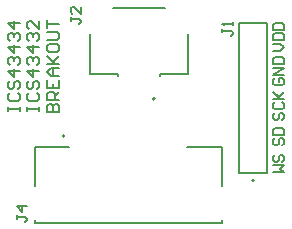
<source format=gbr>
G04*
G04 #@! TF.GenerationSoftware,Altium Limited,Altium Designer,23.6.0 (18)*
G04*
G04 Layer_Color=65535*
%FSLAX44Y44*%
%MOMM*%
G71*
G04*
G04 #@! TF.SameCoordinates,DC424E90-4BFD-41C5-918A-45E65C1FA00B*
G04*
G04*
G04 #@! TF.FilePolarity,Positive*
G04*
G01*
G75*
%ADD10C,0.2000*%
%ADD11C,0.1270*%
%ADD12C,0.1778*%
D10*
X136690Y140230D02*
G03*
X136690Y140230I-1000J0D01*
G01*
X220710Y70970D02*
G03*
X220710Y70970I-1000J0D01*
G01*
X60127Y108704D02*
G03*
X60127Y108704I-1000J0D01*
G01*
D11*
X105690Y159730D02*
Y161230D01*
X140690Y159730D02*
Y161230D01*
X101390Y217230D02*
X144990D01*
X81690Y161230D02*
X105690D01*
X140690D02*
X164690D01*
X81690D02*
Y194730D01*
X164690Y161230D02*
Y194730D01*
X231710Y77470D02*
Y204470D01*
X207710Y77470D02*
Y204470D01*
X231710D01*
X207710Y77470D02*
X231710D01*
X35127Y99404D02*
X64127D01*
X35127Y66204D02*
Y99404D01*
X193127Y66204D02*
Y99404D01*
X164127D02*
X193127D01*
X35127Y35204D02*
X193127D01*
X35127D02*
Y37204D01*
X193127Y35204D02*
Y37204D01*
D12*
X236985Y180848D02*
X242910D01*
X245872Y183810D01*
X242910Y186773D01*
X236985D01*
Y189735D02*
X245872D01*
Y194179D01*
X244391Y195660D01*
X238466D01*
X236985Y194179D01*
Y189735D01*
Y198622D02*
X245872D01*
Y203066D01*
X244391Y204547D01*
X238466D01*
X236985Y203066D01*
Y198622D01*
X238466Y157563D02*
X236985Y156082D01*
Y153119D01*
X238466Y151638D01*
X244391D01*
X245872Y153119D01*
Y156082D01*
X244391Y157563D01*
X241428D01*
Y154600D01*
X245872Y160525D02*
X236985D01*
X245872Y166450D01*
X236985D01*
Y169412D02*
X245872D01*
Y173856D01*
X244391Y175337D01*
X238466D01*
X236985Y173856D01*
Y169412D01*
X238466Y128353D02*
X236985Y126872D01*
Y123909D01*
X238466Y122428D01*
X239947D01*
X241428Y123909D01*
Y126872D01*
X242910Y128353D01*
X244391D01*
X245872Y126872D01*
Y123909D01*
X244391Y122428D01*
X238466Y137240D02*
X236985Y135759D01*
Y132796D01*
X238466Y131315D01*
X244391D01*
X245872Y132796D01*
Y135759D01*
X244391Y137240D01*
X236985Y140202D02*
X245872D01*
X242910D01*
X236985Y146127D01*
X241428Y141683D01*
X245872Y146127D01*
X236985Y77978D02*
X245872D01*
X242910Y80940D01*
X245872Y83903D01*
X236985D01*
X238466Y92790D02*
X236985Y91309D01*
Y88346D01*
X238466Y86865D01*
X239947D01*
X241428Y88346D01*
Y91309D01*
X242910Y92790D01*
X244391D01*
X245872Y91309D01*
Y88346D01*
X244391Y86865D01*
X238466Y106763D02*
X236985Y105282D01*
Y102319D01*
X238466Y100838D01*
X239947D01*
X241428Y102319D01*
Y105282D01*
X242910Y106763D01*
X244391D01*
X245872Y105282D01*
Y102319D01*
X244391Y100838D01*
X236985Y109725D02*
X245872D01*
Y114169D01*
X244391Y115650D01*
X238466D01*
X236985Y114169D01*
Y109725D01*
X12305Y129552D02*
Y132938D01*
Y131245D01*
X22461D01*
Y129552D01*
Y132938D01*
X13997Y144787D02*
X12305Y143095D01*
Y139709D01*
X13997Y138016D01*
X20769D01*
X22461Y139709D01*
Y143095D01*
X20769Y144787D01*
X13997Y154944D02*
X12305Y153251D01*
Y149866D01*
X13997Y148173D01*
X15690D01*
X17383Y149866D01*
Y153251D01*
X19076Y154944D01*
X20769D01*
X22461Y153251D01*
Y149866D01*
X20769Y148173D01*
X22461Y163408D02*
X12305D01*
X17383Y158330D01*
Y165101D01*
X13997Y168486D02*
X12305Y170179D01*
Y173565D01*
X13997Y175258D01*
X15690D01*
X17383Y173565D01*
Y171872D01*
Y173565D01*
X19076Y175258D01*
X20769D01*
X22461Y173565D01*
Y170179D01*
X20769Y168486D01*
X22461Y183722D02*
X12305D01*
X17383Y178643D01*
Y185414D01*
X13997Y188800D02*
X12305Y190493D01*
Y193878D01*
X13997Y195571D01*
X15690D01*
X17383Y193878D01*
Y192185D01*
Y193878D01*
X19076Y195571D01*
X20769D01*
X22461Y193878D01*
Y190493D01*
X20769Y188800D01*
X22461Y204035D02*
X12305D01*
X17383Y198957D01*
Y205728D01*
X28760Y129552D02*
Y132938D01*
Y131245D01*
X38917D01*
Y129552D01*
Y132938D01*
X30453Y144787D02*
X28760Y143095D01*
Y139709D01*
X30453Y138016D01*
X37224D01*
X38917Y139709D01*
Y143095D01*
X37224Y144787D01*
X30453Y154944D02*
X28760Y153251D01*
Y149866D01*
X30453Y148173D01*
X32146D01*
X33838Y149866D01*
Y153251D01*
X35531Y154944D01*
X37224D01*
X38917Y153251D01*
Y149866D01*
X37224Y148173D01*
X38917Y163408D02*
X28760D01*
X33838Y158330D01*
Y165101D01*
X30453Y168486D02*
X28760Y170179D01*
Y173565D01*
X30453Y175258D01*
X32146D01*
X33838Y173565D01*
Y171872D01*
Y173565D01*
X35531Y175258D01*
X37224D01*
X38917Y173565D01*
Y170179D01*
X37224Y168486D01*
X38917Y183722D02*
X28760D01*
X33838Y178643D01*
Y185414D01*
X30453Y188800D02*
X28760Y190493D01*
Y193878D01*
X30453Y195571D01*
X32146D01*
X33838Y193878D01*
Y192185D01*
Y193878D01*
X35531Y195571D01*
X37224D01*
X38917Y193878D01*
Y190493D01*
X37224Y188800D01*
X38917Y205728D02*
Y198957D01*
X32146Y205728D01*
X30453D01*
X28760Y204035D01*
Y200649D01*
X30453Y198957D01*
X45215Y128706D02*
X55372D01*
Y133784D01*
X53679Y135477D01*
X51986D01*
X50294Y133784D01*
Y128706D01*
Y133784D01*
X48601Y135477D01*
X46908D01*
X45215Y133784D01*
Y128706D01*
X55372Y138863D02*
X45215D01*
Y143941D01*
X46908Y145634D01*
X50294D01*
X51986Y143941D01*
Y138863D01*
Y142248D02*
X55372Y145634D01*
X45215Y155791D02*
Y149019D01*
X55372D01*
Y155791D01*
X50294Y149019D02*
Y152405D01*
X55372Y159176D02*
X48601D01*
X45215Y162562D01*
X48601Y165947D01*
X55372D01*
X50294D01*
Y159176D01*
X45215Y169333D02*
X55372D01*
X51986D01*
X45215Y176104D01*
X50294Y171026D01*
X55372Y176104D01*
X45215Y184568D02*
Y181182D01*
X46908Y179490D01*
X53679D01*
X55372Y181182D01*
Y184568D01*
X53679Y186261D01*
X46908D01*
X45215Y184568D01*
Y189646D02*
X53679D01*
X55372Y191339D01*
Y194725D01*
X53679Y196417D01*
X45215D01*
Y199803D02*
Y206574D01*
Y203189D01*
X55372D01*
X193676Y199390D02*
Y196428D01*
Y197909D01*
X201082D01*
X202564Y196428D01*
Y194946D01*
X201082Y193465D01*
X202564Y202352D02*
Y205315D01*
Y203834D01*
X193676D01*
X195158Y202352D01*
X65406Y209339D02*
Y206376D01*
Y207858D01*
X72812D01*
X74294Y206376D01*
Y204895D01*
X72812Y203414D01*
X74294Y218226D02*
Y212301D01*
X68369Y218226D01*
X66888D01*
X65406Y216745D01*
Y213782D01*
X66888Y212301D01*
X19686Y41699D02*
Y38736D01*
Y40218D01*
X27092D01*
X28574Y38736D01*
Y37255D01*
X27092Y35774D01*
X28574Y49105D02*
X19686D01*
X24130Y44661D01*
Y50586D01*
M02*

</source>
